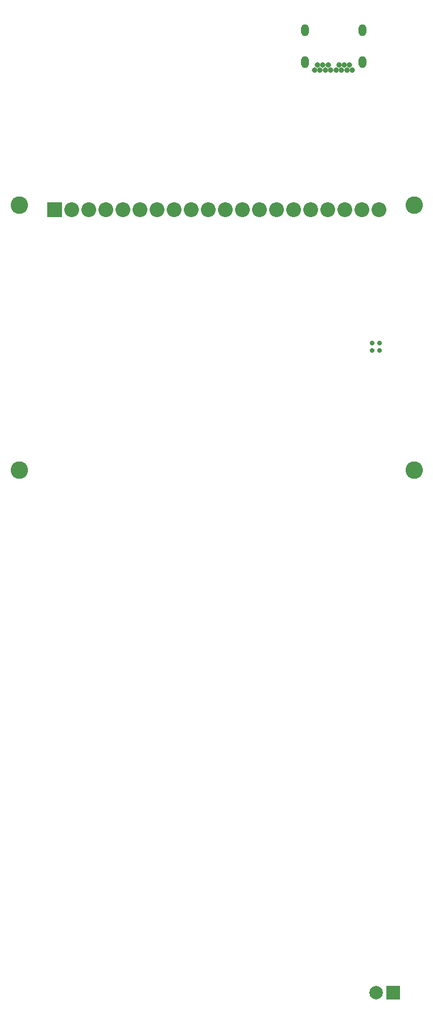
<source format=gbs>
G04*
G04 #@! TF.GenerationSoftware,Altium Limited,CircuitStudio,1.5.2 (30)*
G04*
G04 Layer_Color=8150272*
%FSLAX25Y25*%
%MOIN*%
G70*
G01*
G75*
%ADD78C,0.03162*%
%ADD79O,0.04737X0.07099*%
%ADD80C,0.08674*%
%ADD81R,0.08674X0.08674*%
%ADD82C,0.10249*%
%ADD83R,0.07887X0.07887*%
%ADD84C,0.07887*%
%ADD85C,0.02769*%
D78*
X239016Y597280D02*
D03*
X237441Y600075D02*
D03*
X234291D02*
D03*
X232717Y597280D02*
D03*
X231142Y600075D02*
D03*
X229567Y597280D02*
D03*
X226417D02*
D03*
X224843Y600075D02*
D03*
X223268Y597280D02*
D03*
X221693Y600075D02*
D03*
X218543D02*
D03*
X216969Y597280D02*
D03*
X220118D02*
D03*
X235866D02*
D03*
D79*
X244803Y601807D02*
D03*
X211181D02*
D03*
Y620429D02*
D03*
X244803D02*
D03*
D80*
X254468Y515650D02*
D03*
X244468D02*
D03*
X234469D02*
D03*
X224468D02*
D03*
X214469D02*
D03*
X204468D02*
D03*
X194468D02*
D03*
X184468D02*
D03*
X174469D02*
D03*
X164469D02*
D03*
X154469D02*
D03*
X144468D02*
D03*
X134468D02*
D03*
X124469D02*
D03*
X114469D02*
D03*
X104469D02*
D03*
X94468D02*
D03*
X84469D02*
D03*
X74468D02*
D03*
D81*
X64468D02*
D03*
D82*
X275138Y518169D02*
D03*
X43799D02*
D03*
Y363130D02*
D03*
X275138D02*
D03*
D83*
X262819Y57378D02*
D03*
D84*
X252819D02*
D03*
D85*
X250654Y433213D02*
D03*
Y437543D02*
D03*
X254984Y433213D02*
D03*
Y437543D02*
D03*
M02*

</source>
